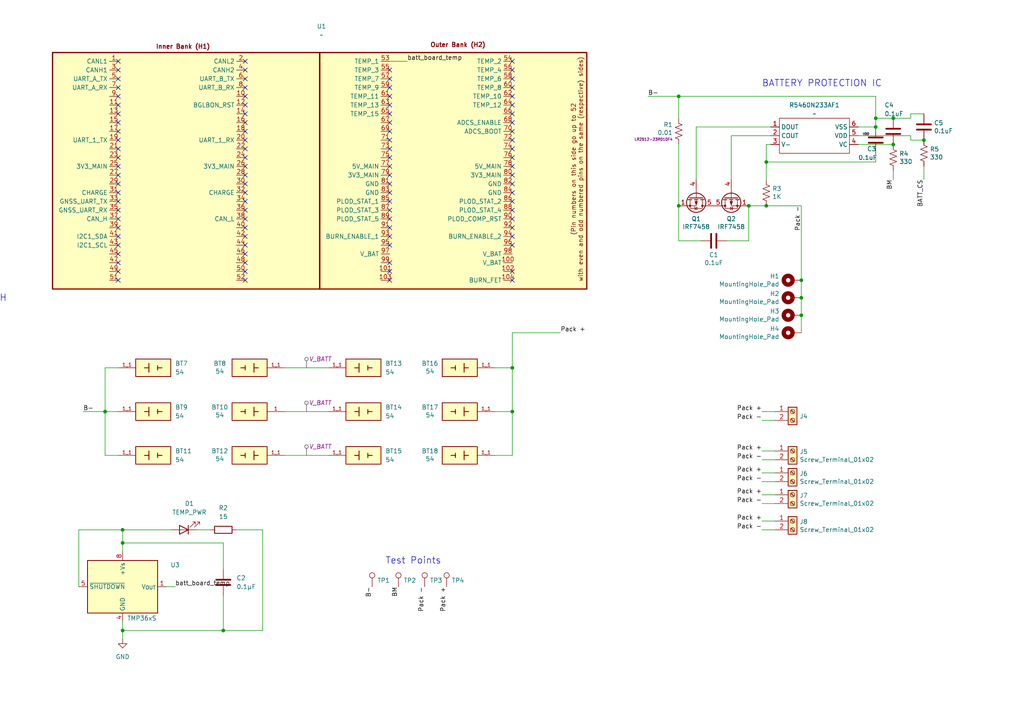
<source format=kicad_sch>
(kicad_sch (version 20231120) (generator "eeschema") (generator_version "8.0")
  (paper "A4")
  (lib_symbols
    (symbol "54 -- Battery clips:54" (pin_names (offset 1.016))
      (property "Reference" "BT" (at -5.08 3.302 0))
      (property "Value" "54" (at -5.08 -10.16 0))
      (symbol "54_0_0"
        (rectangle (start -5.08 2.54) (end 5.08 -2.54) (stroke (width 0.254)) (fill (type background)))
        (polyline (pts (xy -1.27 0) (xy -2.54 0)) (stroke (width 0.254)))
        (polyline (pts (xy -1.27 0) (xy -1.27 -1.27)) (stroke (width 0.254)))
        (polyline (pts (xy -1.27 1.27) (xy -1.27 0)) (stroke (width 0.254)))
        (polyline (pts (xy 1.27 0) (xy 1.27 -0.635)) (stroke (width 0.254)))
        (polyline (pts (xy 1.27 0) (xy 2.54 0)) (stroke (width 0.254)))
        (polyline (pts (xy 1.27 0.635) (xy 1.27 0)) (stroke (width 0.254)))
        (pin passive line (at -10.16 0 0) (length 5.08) (name "~") (number "1_1"))
      )
    )
    (symbol "54_1" (pin_names (offset 1.016))
      (property "Reference" "BT10" (at 8.636 -1.27 0))
      (property "Value" "54" (at 8.636 1.016 0))
      (symbol "54_1_0_0"
        (rectangle (start -5.08 2.54) (end 5.08 -2.54) (stroke (width 0.254)) (fill (type background)))
        (polyline (pts (xy -1.27 0) (xy -2.54 0)) (stroke (width 0.254)))
        (polyline (pts (xy -1.27 0) (xy -1.27 -1.27)) (stroke (width 0.254)))
        (polyline (pts (xy -1.27 1.27) (xy -1.27 0)) (stroke (width 0.254)))
        (polyline (pts (xy 1.27 0) (xy 1.27 -0.635)) (stroke (width 0.254)))
        (polyline (pts (xy 1.27 0) (xy 2.54 0)) (stroke (width 0.254)))
        (polyline (pts (xy 1.27 0.635) (xy 1.27 0)) (stroke (width 0.254)))
        (pin passive line (at -10.16 0 0) (length 5.08) (name "~") (number "1"))
      )
    )
    (symbol "Connector:Screw_Terminal_01x01" (pin_names (offset 1.016) hide)
      (property "Reference" "J" (at 0 2.54 0))
      (property "Value" "Screw_Terminal_01x01" (at 0 -2.54 0))
      (symbol "Screw_Terminal_01x01_1_1"
        (rectangle (start -1.27 1.27) (end 1.27 -1.27) (stroke (width 0.254)) (fill (type background)))
        (polyline (pts (xy -0.5334 0.3302) (xy 0.3302 -0.508)) (stroke (width 0.1524)))
        (polyline (pts (xy -0.3556 0.508) (xy 0.508 -0.3302)) (stroke (width 0.1524)))
        (circle (center 0 0) (radius 0.635) (stroke (width 0.1524)))
        (pin passive line (at -5.08 0 0) (length 3.81) (name "Pin_1") (number "1"))
      )
    )
    (symbol "Connector:Screw_Terminal_01x02" (pin_names (offset 1.016) hide)
      (property "Reference" "J" (at 0 2.54 0))
      (property "Value" "Screw_Terminal_01x02" (at 0 -5.08 0))
      (symbol "Screw_Terminal_01x02_1_1"
        (rectangle (start -1.27 1.27) (end 1.27 -3.81) (stroke (width 0.254)) (fill (type background)))
        (circle (center 0 -2.54) (radius 0.635) (stroke (width 0.1524)))
        (polyline (pts (xy -0.5334 -2.2098) (xy 0.3302 -3.048)) (stroke (width 0.1524)))
        (polyline (pts (xy -0.5334 0.3302) (xy 0.3302 -0.508)) (stroke (width 0.1524)))
        (polyline (pts (xy -0.3556 -2.032) (xy 0.508 -2.8702)) (stroke (width 0.1524)))
        (polyline (pts (xy -0.3556 0.508) (xy 0.508 -0.3302)) (stroke (width 0.1524)))
        (circle (center 0 0) (radius 0.635) (stroke (width 0.1524)))
        (pin passive line (at -5.08 0 0) (length 3.81) (name "Pin_1") (number "1"))
        (pin passive line (at -5.08 -2.54 0) (length 3.81) (name "Pin_2") (number "2"))
      )
    )
    (symbol "Connector:TestPoint" (pin_numbers hide) (pin_names (offset 0.762) hide)
      (property "Reference" "TP" (at 0 6.858 0))
      (property "Value" "TestPoint" (at 0 5.08 0))
      (symbol "TestPoint_0_1"
        (circle (center 0 3.302) (radius 0.762))
      )
      (symbol "TestPoint_1_1"
        (pin passive line (at 0 0 90) (length 2.54) (name "1") (number "1"))
      )
    )
    (symbol "Device:C" (pin_numbers hide) (pin_names (offset 0.254))
      (property "Reference" "C" (at 0.635 2.54 0))
      (property "Value" "C" (at 0.635 -2.54 0))
      (symbol "C_0_1"
        (polyline (pts (xy -2.032 -0.762) (xy 2.032 -0.762)) (stroke (width 0.508)))
        (polyline (pts (xy -2.032 0.762) (xy 2.032 0.762)) (stroke (width 0.508)))
      )
      (symbol "C_1_1"
        (pin passive line (at 0 3.81 270) (length 2.794) (name "~") (number "1"))
        (pin passive line (at 0 -3.81 90) (length 2.794) (name "~") (number "2"))
      )
    )
    (symbol "Device:LED" (pin_numbers hide) (pin_names (offset 1.016) hide)
      (property "Reference" "D" (at 0 2.54 0))
      (property "Value" "LED" (at 0 -2.54 0))
      (symbol "LED_0_1"
        (polyline (pts (xy -1.27 -1.27) (xy -1.27 1.27)) (stroke (width 0.254)))
        (polyline (pts (xy -1.27 0) (xy 1.27 0)))
        (polyline (pts (xy 1.27 -1.27) (xy 1.27 1.27) (xy -1.27 0) (xy 1.27 -1.27)) (stroke (width 0.254)))
        (polyline (pts (xy -3.048 -0.762) (xy -4.572 -2.286) (xy -3.81 -2.286) (xy -4.572 -2.286) (xy -4.572 -1.524)))
        (polyline (pts (xy -1.778 -0.762) (xy -3.302 -2.286) (xy -2.54 -2.286) (xy -3.302 -2.286) (xy -3.302 -1.524)))
      )
      (symbol "LED_1_1"
        (pin passive line (at -3.81 0 0) (length 2.54) (name "K") (number "1"))
        (pin passive line (at 3.81 0 180) (length 2.54) (name "A") (number "2"))
      )
    )
    (symbol "Device:R" (pin_numbers hide) (pin_names (offset 0))
      (property "Reference" "R" (at 2.032 0 90))
      (property "Value" "R" (at 0 0 90))
      (symbol "R_0_1"
        (rectangle (start -1.016 -2.54) (end 1.016 2.54) (stroke (width 0.254)))
      )
      (symbol "R_1_1"
        (pin passive line (at 0 3.81 270) (length 1.27) (name "~") (number "1"))
        (pin passive line (at 0 -3.81 90) (length 1.27) (name "~") (number "2"))
      )
    )
    (symbol "Device:R_US" (pin_numbers hide) (pin_names (offset 0))
      (property "Reference" "R" (at 2.54 0 90))
      (property "Value" "R_US" (at -2.54 0 90))
      (symbol "R_US_0_1"
        (polyline (pts (xy 0 -2.286) (xy 0 -2.54)))
        (polyline (pts (xy 0 2.286) (xy 0 2.54)))
        (polyline (pts (xy 0 -0.762) (xy 1.016 -1.143) (xy 0 -1.524) (xy -1.016 -1.905) (xy 0 -2.286)))
        (polyline (pts (xy 0 0.762) (xy 1.016 0.381) (xy 0 0) (xy -1.016 -0.381) (xy 0 -0.762)))
        (polyline (pts (xy 0 2.286) (xy 1.016 1.905) (xy 0 1.524) (xy -1.016 1.143) (xy 0 0.762)))
      )
      (symbol "R_US_1_1"
        (pin passive line (at 0 3.81 270) (length 1.27) (name "~") (number "1"))
        (pin passive line (at 0 -3.81 90) (length 1.27) (name "~") (number "2"))
      )
    )
    (symbol "Device:Thermistor" (pin_numbers hide) (pin_names (offset 0))
      (property "Reference" "TH" (at 2.54 1.27 90))
      (property "Value" "Thermistor" (at -2.54 0 90))
      (symbol "Thermistor_0_1"
        (rectangle (start -1.016 2.54) (end 1.016 -2.54) (stroke (width 0.2032)))
        (polyline (pts (xy -1.905 3.175) (xy -1.905 1.905) (xy 1.905 -1.905) (xy 1.905 -3.175) (xy 1.905 -3.175)) (stroke (width 0.254)))
      )
      (symbol "Thermistor_1_1"
        (pin passive line (at 0 5.08 270) (length 2.54) (name "~") (number "1"))
        (pin passive line (at 0 -5.08 90) (length 2.54) (name "~") (number "2"))
      )
    )
    (symbol "Mechanical:MountingHole_Pad" (pin_numbers hide) (pin_names (offset 1.016) hide) (exclude_from_sim yes) (in_bom no)
      (property "Reference" "H" (at 0 6.35 0))
      (property "Value" "MountingHole_Pad" (at 0 4.445 0))
      (symbol "MountingHole_Pad_0_1"
        (circle (center 0 1.27) (radius 1.27) (stroke (width 1.27)))
      )
      (symbol "MountingHole_Pad_1_1"
        (pin input line (at 0 -2.54 90) (length 2.54) (name "1") (number "1"))
      )
    )
    (symbol "NewSymbols:R5460N233AF"
      (property "Reference" "R5460N233AF" (at -0.254 7.112 0))
      (symbol "R5460N233AF_0_1"
        (polyline (pts (xy -10.16 5.08) (xy 10.16 5.08) (xy 10.16 -5.08) (xy -10.16 -5.08) (xy -10.16 5.08)))
      )
      (symbol "R5460N233AF_1_1"
        (pin input line (at -12.7 2.54 0) (length 2.54) (name "DOUT") (number "1"))
        (pin input line (at -12.7 0 0) (length 2.54) (name "COUT") (number "2"))
        (pin input line (at -12.7 -2.54 0) (length 2.54) (name "V-") (number "3"))
        (pin input line (at 12.7 -2.54 180) (length 2.54) (name "VC") (number "4"))
        (pin input line (at 12.7 0 180) (length 2.54) (name "VDD") (number "5"))
        (pin input line (at 12.7 2.54 180) (length 2.54) (name "VSS") (number "6"))
      )
    )
    (symbol "PC104:PCI104"
      (property "Reference" "U2" (at 75.946 73.152 0))
      (property "Value" "~" (at 77.47 73.66 0))
      (symbol "PCI104_1_0"
        (pin input line (at 55.88 55.88 180) (length 2.54) (name "") (number "10"))
        (pin input line (at 133.35 7.62 180) (length 2.54) (name "V_BAT") (number "100"))
        (pin input line (at 97.79 5.08 180) (length 2.54) (name "") (number "101"))
        (pin input line (at 133.35 5.08 180) (length 2.54) (name "") (number "102"))
        (pin input line (at 97.79 2.54 180) (length 2.54) (name "") (number "103"))
        (pin input line (at 133.35 2.54 180) (length 2.54) (name "BURN_FET") (number "104"))
        (pin input line (at 19.05 53.34 180) (length 2.54) (name "") (number "11"))
        (pin input line (at 55.88 53.34 180) (length 2.54) (name "BGLBON_RST") (number "12"))
        (pin input line (at 19.05 50.8 180) (length 2.54) (name "") (number "13"))
        (pin input line (at 55.88 50.8 180) (length 2.54) (name "") (number "14"))
        (pin input line (at 19.05 48.26 180) (length 2.54) (name "") (number "15"))
        (pin input line (at 55.88 48.26 180) (length 2.54) (name "") (number "16"))
        (pin input line (at 19.05 45.72 180) (length 2.54) (name "") (number "17"))
        (pin input line (at 55.88 45.72 180) (length 2.54) (name "") (number "18"))
        (pin input line (at 19.05 43.18 180) (length 2.54) (name "UART_1_TX") (number "19"))
        (pin input line (at 55.88 66.04 180) (length 2.54) (name "CANL2") (number "2"))
        (pin input line (at 55.88 43.18 180) (length 2.54) (name "UART_1_RX") (number "20"))
        (pin input line (at 19.05 40.64 180) (length 2.54) (name "") (number "21"))
        (pin input line (at 55.88 40.64 180) (length 2.54) (name "") (number "22"))
        (pin input line (at 19.05 38.1 180) (length 2.54) (name "") (number "23"))
        (pin input line (at 55.88 38.1 180) (length 2.54) (name "") (number "24"))
        (pin input line (at 19.05 35.56 180) (length 2.54) (name "3V3_MAIN") (number "25"))
        (pin input line (at 55.88 35.56 180) (length 2.54) (name "3V3_MAIN") (number "26"))
        (pin input line (at 19.05 33.02 180) (length 2.54) (name "") (number "27"))
        (pin input line (at 55.88 33.02 180) (length 2.54) (name "") (number "28"))
        (pin input line (at 19.05 30.48 180) (length 2.54) (name "") (number "29"))
        (pin input line (at 55.88 30.48 180) (length 2.54) (name "") (number "30"))
        (pin input line (at 19.05 27.94 180) (length 2.54) (name "CHARGE") (number "31"))
        (pin input line (at 55.88 27.94 180) (length 2.54) (name "CHARGE") (number "32"))
        (pin input line (at 19.05 25.4 180) (length 2.54) (name "GNSS_UART_TX") (number "33"))
        (pin input line (at 55.88 25.4 180) (length 2.54) (name "") (number "34"))
        (pin input line (at 19.05 22.86 180) (length 2.54) (name "GNSS_UART_RX") (number "35"))
        (pin input line (at 55.88 22.86 180) (length 2.54) (name "") (number "36"))
        (pin input line (at 19.05 20.32 180) (length 2.54) (name "CAN_H") (number "37"))
        (pin input line (at 55.88 20.32 180) (length 2.54) (name "CAN_L") (number "38"))
        (pin input line (at 19.05 17.78 180) (length 2.54) (name "") (number "39"))
        (pin input line (at 55.88 63.5 180) (length 2.54) (name "CANH2") (number "4"))
        (pin input line (at 55.88 17.78 180) (length 2.54) (name "") (number "40"))
        (pin input line (at 19.05 15.24 180) (length 2.54) (name "I2C1_SDA") (number "41"))
        (pin input line (at 55.88 15.24 180) (length 2.54) (name "") (number "42"))
        (pin input line (at 19.05 12.7 180) (length 2.54) (name "I2C1_SCL") (number "43"))
        (pin input line (at 55.88 12.7 180) (length 2.54) (name "") (number "44"))
        (pin input line (at 19.05 10.16 180) (length 2.54) (name "") (number "45"))
        (pin input line (at 55.88 10.16 180) (length 2.54) (name "") (number "46"))
        (pin input line (at 19.05 7.62 180) (length 2.54) (name "") (number "47"))
        (pin input line (at 55.88 7.62 180) (length 2.54) (name "") (number "48"))
        (pin input line (at 19.05 5.08 180) (length 2.54) (name "") (number "49"))
        (pin input line (at 19.05 60.96 180) (length 2.54) (name "UART_A_TX") (number "5"))
        (pin input line (at 55.88 5.08 180) (length 2.54) (name "") (number "50"))
        (pin input line (at 19.05 2.54 180) (length 2.54) (name "") (number "51"))
        (pin input line (at 55.88 2.54 180) (length 2.54) (name "") (number "52"))
        (pin input line (at 97.79 58.42 180) (length 2.54) (name "TEMP_9") (number "59"))
        (pin input line (at 55.88 60.96 180) (length 2.54) (name "UART_B_TX") (number "6"))
        (pin input line (at 133.35 58.42 180) (length 2.54) (name "TEMP_8") (number "60"))
        (pin input line (at 97.79 55.88 180) (length 2.54) (name "TEMP_11") (number "61"))
        (pin input line (at 133.35 55.88 180) (length 2.54) (name "TEMP_10") (number "62"))
        (pin input line (at 97.79 53.34 180) (length 2.54) (name "TEMP_13") (number "63"))
        (pin input line (at 133.35 53.34 180) (length 2.54) (name "TEMP_12") (number "64"))
        (pin input line (at 97.79 50.8 180) (length 2.54) (name "TEMP_15") (number "65"))
        (pin input line (at 133.35 50.8 180) (length 2.54) (name "") (number "66"))
        (pin input line (at 97.79 48.26 180) (length 2.54) (name "") (number "67"))
        (pin input line (at 133.35 48.26 180) (length 2.54) (name "ADCS_ENABLE") (number "68"))
        (pin input line (at 97.79 45.72 180) (length 2.54) (name "") (number "69"))
        (pin input line (at 19.05 58.42 180) (length 2.54) (name "UART_A_RX") (number "7"))
        (pin input line (at 133.35 45.72 180) (length 2.54) (name "ADCS_BOOT") (number "70"))
        (pin input line (at 97.79 43.18 180) (length 2.54) (name "") (number "71"))
        (pin input line (at 133.35 43.18 180) (length 2.54) (name "") (number "72"))
        (pin input line (at 97.79 40.64 180) (length 2.54) (name "") (number "73"))
        (pin input line (at 133.35 40.64 180) (length 2.54) (name "") (number "74"))
        (pin input line (at 97.79 38.1 180) (length 2.54) (name "") (number "75"))
        (pin input line (at 133.35 38.1 180) (length 2.54) (name "") (number "76"))
        (pin input line (at 97.79 35.56 180) (length 2.54) (name "5V_MAIN") (number "77"))
        (pin input line (at 133.35 35.56 180) (length 2.54) (name "5V_MAIN") (number "78"))
        (pin input line (at 97.79 33.02 180) (length 2.54) (name "3V3_MAIN") (number "79"))
        (pin input line (at 55.88 58.42 180) (length 2.54) (name "UART_B_RX") (number "8"))
        (pin input line (at 133.35 33.02 180) (length 2.54) (name "3V3_MAIN") (number "80"))
        (pin input line (at 97.79 30.48 180) (length 2.54) (name "GND") (number "81"))
        (pin input line (at 133.35 30.48 180) (length 2.54) (name "GND") (number "82"))
        (pin input line (at 97.79 27.94 180) (length 2.54) (name "GND") (number "83"))
        (pin input line (at 133.35 27.94 180) (length 2.54) (name "GND") (number "84"))
        (pin input line (at 97.79 25.4 180) (length 2.54) (name "PLOD_STAT_1") (number "85"))
        (pin input line (at 133.35 25.4 180) (length 2.54) (name "PLOD_STAT_2") (number "86"))
        (pin input line (at 97.79 22.86 180) (length 2.54) (name "PLOD_STAT_3") (number "87"))
        (pin input line (at 133.35 22.86 180) (length 2.54) (name "PLOD_STAT_4") (number "88"))
        (pin input line (at 97.79 20.32 180) (length 2.54) (name "PLOD_STAT_5") (number "89"))
        (pin input line (at 19.05 55.88 180) (length 2.54) (name "") (number "9"))
        (pin input line (at 133.35 20.32 180) (length 2.54) (name "PLOD_COMP_RST") (number "90"))
        (pin input line (at 97.79 17.78 180) (length 2.54) (name "") (number "91"))
        (pin input line (at 133.35 17.78 180) (length 2.54) (name "") (number "92"))
        (pin input line (at 97.79 15.24 180) (length 2.54) (name "BURN_ENABLE_1") (number "93"))
        (pin input line (at 133.35 15.24 180) (length 2.54) (name "BURN_ENABLE_2") (number "94"))
        (pin input line (at 97.79 12.7 180) (length 2.54) (name "") (number "95"))
        (pin input line (at 133.35 12.7 180) (length 2.54) (name "") (number "96"))
        (pin input line (at 97.79 10.16 180) (length 2.54) (name "V_BAT") (number "97"))
        (pin input line (at 133.35 10.16 180) (length 2.54) (name "V_BAT") (number "98"))
        (pin input line (at 97.79 7.62 180) (length 2.54) (name "") (number "99"))
      )
      (symbol "PCI104_1_1"
        (rectangle (start 0 68.58) (end 77.47 0) (stroke (width 0.381)) (fill (type background)))
        (rectangle (start 77.47 68.58) (end 154.94 0) (stroke (width 0.381)) (fill (type background)))
        (text "(Pin numbers on this side go up to 52\nwith even and odd numbered pins on the same (respective) sides)\n\n" (at 153.162 34.798 900) (effects (font (size 1.27 1.27))))
        (text "Inner Bank (H1)" (at 37.846 70.358 0) (effects (font (size 1.27 1.27) (bold yes))))
        (text "Outer Bank (H2)" (at 117.602 70.866 0) (effects (font (size 1.27 1.27) (bold yes))))
        (pin input line (at 19.05 66.04 180) (length 2.54) (name "CANL1") (number "1"))
        (pin input line (at 19.05 63.5 180) (length 2.54) (name "CANH1") (number "3"))
        (pin input line (at 97.79 66.04 180) (length 2.54) (name "TEMP_1") (number "53"))
        (pin input line (at 133.35 66.04 180) (length 2.54) (name "TEMP_2") (number "54"))
        (pin input line (at 97.79 63.5 180) (length 2.54) (name "TEMP_3") (number "55"))
        (pin input line (at 133.35 63.5 180) (length 2.54) (name "TEMP_4") (number "56"))
        (pin input line (at 97.79 60.96 180) (length 2.54) (name "TEMP_7") (number "57"))
        (pin input line (at 133.35 60.96 180) (length 2.54) (name "TEMP_6") (number "58"))
      )
    )
    (symbol "Sensor_Temperature:TMP36xS"
      (property "Reference" "U" (at -8.89 8.89 0))
      (property "Value" "TMP36xS" (at 6.35 -8.89 0))
      (symbol "TMP36xS_0_1"
        (rectangle (start -10.16 7.62) (end 10.16 -7.62) (stroke (width 0.254)) (fill (type background)))
      )
      (symbol "TMP36xS_1_1"
        (pin output line (at 12.7 0 180) (length 2.54) (name "V_{OUT}") (number "1"))
        (pin power_in line (at 0 -10.16 90) (length 2.54) (name "GND") (number "4"))
        (pin input line (at -12.7 0 0) (length 2.54) (name "~{SHUTDOWN}") (number "5"))
        (pin power_in line (at 0 10.16 270) (length 2.54) (name "+Vs") (number "8"))
      )
    )
    (symbol "Transistor_FET:IRF7404" (pin_names hide)
      (property "Reference" "Q" (at 5.08 1.905 0))
      (property "Value" "IRF7404" (at 5.08 0 0))
      (symbol "IRF7404_0_1"
        (polyline (pts (xy 0.254 0) (xy -2.54 0)))
        (polyline (pts (xy 0.254 1.905) (xy 0.254 -1.905)) (stroke (width 0.254)))
        (polyline (pts (xy 0.762 -1.27) (xy 0.762 -2.286)) (stroke (width 0.254)))
        (polyline (pts (xy 0.762 0.508) (xy 0.762 -0.508)) (stroke (width 0.254)))
        (polyline (pts (xy 0.762 2.286) (xy 0.762 1.27)) (stroke (width 0.254)))
        (polyline (pts (xy 2.54 2.54) (xy 2.54 1.778)))
        (polyline (pts (xy 2.54 -2.54) (xy 2.54 0) (xy 0.762 0)))
        (polyline (pts (xy 0.762 1.778) (xy 3.302 1.778) (xy 3.302 -1.778) (xy 0.762 -1.778)))
        (polyline (pts (xy 2.286 0) (xy 1.27 0.381) (xy 1.27 -0.381) (xy 2.286 0)) (fill (type outline)))
        (polyline (pts (xy 2.794 -0.508) (xy 2.921 -0.381) (xy 3.683 -0.381) (xy 3.81 -0.254)))
        (polyline (pts (xy 3.302 -0.381) (xy 2.921 0.254) (xy 3.683 0.254) (xy 3.302 -0.381)))
        (circle (center 1.651 0) (radius 2.794) (stroke (width 0.254)))
        (circle (center 2.54 -1.778) (radius 0.254) (fill (type outline)))
        (circle (center 2.54 1.778) (radius 0.254) (fill (type outline)))
      )
      (symbol "IRF7404_1_1"
        (pin passive line (at 2.54 -5.08 90) (length 2.54) (name "S") (number "1"))
        (pin passive line (at 2.54 -5.08 90) (length 2.54) hide (name "S") (number "2"))
        (pin passive line (at 2.54 -5.08 90) (length 2.54) hide (name "S") (number "3"))
        (pin passive line (at -5.08 0 0) (length 2.54) (name "G") (number "4"))
        (pin passive line (at 2.54 5.08 270) (length 2.54) (name "D") (number "5"))
        (pin passive line (at 2.54 5.08 270) (length 2.54) hide (name "D") (number "6"))
        (pin passive line (at 2.54 5.08 270) (length 2.54) hide (name "D") (number "7"))
        (pin passive line (at 2.54 5.08 270) (length 2.54) hide (name "D") (number "8"))
      )
    )
    (symbol "power:GND" (power) (pin_numbers hide) (pin_names (offset 0) hide)
      (property "Value" "GND" (at 0 -3.81 0))
      (symbol "GND_0_1"
        (polyline (pts (xy 0 0) (xy 0 -1.27) (xy 1.27 -1.27) (xy 0 -2.54) (xy -1.27 -1.27) (xy 0 -1.27)))
      )
      (symbol "GND_1_1"
        (pin power_in line (at 0 0 270) (length 0) (name "~") (number "1"))
      )
    )
  )
  (junction (at 232.41 91.44))
  (junction (at 196.85 27.94))
  (junction (at 148.59 119.38))
  (junction (at 254 36.83))
  (junction (at 222.25 59.69))
  (junction (at 35.56 157.48))
  (junction (at 259.08 34.29))
  (junction (at 217.17 59.69))
  (junction (at 232.41 86.36))
  (junction (at 148.59 106.68))
  (junction (at 267.97 40.64))
  (junction (at 254 34.29))
  (junction (at 196.85 59.69))
  (junction (at 64.77 182.88))
  (junction (at 222.25 46.99))
  (junction (at 35.56 153.67))
  (junction (at 259.08 41.91))
  (junction (at 35.56 182.88))
  (junction (at 232.41 81.28))
  (junction (at 30.48 119.38))
  (no_connect (at 34.29 27.94))
  (no_connect (at 148.59 81.28))
  (no_connect (at 113.03 22.86))
  (no_connect (at 148.59 60.96))
  (no_connect (at 113.03 20.32))
  (no_connect (at 71.12 78.74))
  (no_connect (at 71.12 58.42))
  (no_connect (at 34.29 66.04))
  (no_connect (at 34.29 35.56))
  (no_connect (at 71.12 35.56))
  (no_connect (at 148.59 20.32))
  (no_connect (at 113.03 68.58))
  (no_connect (at 113.03 45.72))
  (no_connect (at 113.03 40.64))
  (no_connect (at 148.59 22.86))
  (no_connect (at 148.59 40.64))
  (no_connect (at 113.03 66.04))
  (no_connect (at 148.59 45.72))
  (no_connect (at 148.59 38.1))
  (no_connect (at 71.12 76.2))
  (no_connect (at 71.12 45.72))
  (no_connect (at 148.59 68.58))
  (no_connect (at 71.12 48.26))
  (no_connect (at 113.03 78.74))
  (no_connect (at 71.12 38.1))
  (no_connect (at 71.12 63.5))
  (no_connect (at 113.03 60.96))
  (no_connect (at 113.03 35.56))
  (no_connect (at 148.59 17.78))
  (no_connect (at 71.12 81.28))
  (no_connect (at 148.59 43.18))
  (no_connect (at 148.59 78.74))
  (no_connect (at 34.29 71.12))
  (no_connect (at 148.59 66.04))
  (no_connect (at 148.59 58.42))
  (no_connect (at 34.29 33.02))
  (no_connect (at 71.12 55.88))
  (no_connect (at 148.59 33.02))
  (no_connect (at 71.12 20.32))
  (no_connect (at 34.29 43.18))
  (no_connect (at 34.29 50.8))
  (no_connect (at 71.12 30.48))
  (no_connect (at 71.12 17.78))
  (no_connect (at 113.03 55.88))
  (no_connect (at 34.29 60.96))
  (no_connect (at 148.59 63.5))
  (no_connect (at 113.03 76.2))
  (no_connect (at 71.12 66.04))
  (no_connect (at 71.12 25.4))
  (no_connect (at 113.03 48.26))
  (no_connect (at 113.03 38.1))
  (no_connect (at 148.59 71.12))
  (no_connect (at 34.29 22.86))
  (no_connect (at 113.03 30.48))
  (no_connect (at 71.12 71.12))
  (no_connect (at 34.29 20.32))
  (no_connect (at 148.59 48.26))
  (no_connect (at 34.29 68.58))
  (no_connect (at 148.59 30.48))
  (no_connect (at 34.29 76.2))
  (no_connect (at 148.59 50.8))
  (no_connect (at 34.29 81.28))
  (no_connect (at 148.59 27.94))
  (no_connect (at 71.12 68.58))
  (no_connect (at 34.29 30.48))
  (no_connect (at 71.12 22.86))
  (no_connect (at 113.03 53.34))
  (no_connect (at 71.12 53.34))
  (no_connect (at 113.03 58.42))
  (no_connect (at 34.29 45.72))
  (no_connect (at 34.29 78.74))
  (no_connect (at 34.29 63.5))
  (no_connect (at 148.59 35.56))
  (no_connect (at 113.03 71.12))
  (no_connect (at 113.03 81.28))
  (no_connect (at 71.12 50.8))
  (no_connect (at 113.03 33.02))
  (no_connect (at 148.59 53.34))
  (no_connect (at 148.59 55.88))
  (no_connect (at 113.03 27.94))
  (no_connect (at 71.12 27.94))
  (no_connect (at 34.29 40.64))
  (no_connect (at 34.29 48.26))
  (no_connect (at 113.03 50.8))
  (no_connect (at 71.12 43.18))
  (no_connect (at 34.29 55.88))
  (no_connect (at 34.29 38.1))
  (no_connect (at 71.12 60.96))
  (no_connect (at 71.12 40.64))
  (no_connect (at 71.12 73.66))
  (no_connect (at 34.29 73.66))
  (no_connect (at 113.03 63.5))
  (no_connect (at 113.03 25.4))
  (no_connect (at 71.12 33.02))
  (no_connect (at 34.29 17.78))
  (no_connect (at 148.59 25.4))
  (no_connect (at 34.29 58.42))
  (no_connect (at 113.03 43.18))
  (no_connect (at 34.29 25.4))
  (no_connect (at 34.29 53.34))
  (wire (pts (xy 259.08 52.07) (xy 259.08 49.53)))
  (wire (pts (xy 203.2 69.85) (xy 196.85 69.85)))
  (wire (pts (xy 82.55 132.08) (xy 95.25 132.08)))
  (wire (pts (xy 143.51 106.68) (xy 148.59 106.68)))
  (wire (pts (xy 210.82 69.85) (xy 217.17 69.85)))
  (wire (pts (xy 201.93 36.83) (xy 223.52 36.83)))
  (wire (pts (xy 248.92 41.91) (xy 259.08 41.91)))
  (wire (pts (xy 217.17 59.69) (xy 222.25 59.69)))
  (wire (pts (xy 217.17 69.85) (xy 217.17 59.69)))
  (wire (pts (xy 64.77 172.72) (xy 64.77 182.88)))
  (wire (pts (xy 22.86 170.18) (xy 22.86 153.67)))
  (wire (pts (xy 76.2 153.67) (xy 76.2 182.88)))
  (wire (pts (xy 35.56 157.48) (xy 35.56 153.67)))
  (wire (pts (xy 82.55 119.38) (xy 95.25 119.38)))
  (wire (pts (xy 30.48 106.68) (xy 30.48 119.38)))
  (wire (pts (xy 248.92 36.83) (xy 254 36.83)))
  (wire (pts (xy 220.98 143.51) (xy 224.79 143.51)))
  (wire (pts (xy 35.56 180.34) (xy 35.56 182.88)))
  (wire (pts (xy 232.41 81.28) (xy 232.41 86.36)))
  (wire (pts (xy 201.93 52.07) (xy 201.93 36.83)))
  (wire (pts (xy 60.96 153.67) (xy 57.15 153.67)))
  (wire (pts (xy 148.59 106.68) (xy 148.59 96.52)))
  (wire (pts (xy 254 46.99) (xy 222.25 46.99)))
  (wire (pts (xy 254 44.45) (xy 254 46.99)))
  (wire (pts (xy 64.77 157.48) (xy 64.77 165.1)))
  (wire (pts (xy 212.09 39.37) (xy 223.52 39.37)))
  (wire (pts (xy 148.59 96.52) (xy 162.56 96.52)))
  (wire (pts (xy 34.29 106.68) (xy 30.48 106.68)))
  (wire (pts (xy 24.13 119.38) (xy 30.48 119.38)))
  (wire (pts (xy 143.51 119.38) (xy 148.59 119.38)))
  (wire (pts (xy 35.56 182.88) (xy 35.56 185.42)))
  (wire (pts (xy 232.41 91.44) (xy 232.41 96.52)))
  (wire (pts (xy 30.48 132.08) (xy 34.29 132.08)))
  (wire (pts (xy 30.48 119.38) (xy 34.29 119.38)))
  (wire (pts (xy -55.88 72.39) (xy -52.07 72.39)))
  (wire (pts (xy 220.98 130.81) (xy 224.79 130.81)))
  (wire (pts (xy 254 34.29) (xy 254 36.83)))
  (wire (pts (xy 220.98 139.7) (xy 224.79 139.7)))
  (wire (pts (xy 232.41 86.36) (xy 232.41 91.44)))
  (wire (pts (xy 248.92 39.37) (xy 264.16 39.37)))
  (wire (pts (xy 196.85 27.94) (xy 187.96 27.94)))
  (wire (pts (xy 232.41 59.69) (xy 232.41 81.28)))
  (wire (pts (xy 264.16 39.37) (xy 264.16 40.64)))
  (wire (pts (xy 264.16 40.64) (xy 267.97 40.64)))
  (wire (pts (xy 113.03 17.78) (xy 118.11 17.78)))
  (wire (pts (xy 264.16 33.02) (xy 267.97 33.02)))
  (wire (pts (xy 148.59 119.38) (xy 148.59 132.08)))
  (wire (pts (xy 220.98 121.92) (xy 224.79 121.92)))
  (wire (pts (xy 68.58 153.67) (xy 76.2 153.67)))
  (wire (pts (xy 196.85 69.85) (xy 196.85 59.69)))
  (wire (pts (xy 82.55 106.68) (xy 95.25 106.68)))
  (wire (pts (xy -52.07 55.88) (xy -46.99 55.88)))
  (wire (pts (xy 35.56 153.67) (xy 49.53 153.67)))
  (wire (pts (xy 22.86 153.67) (xy 35.56 153.67)))
  (wire (pts (xy 254 27.94) (xy 196.85 27.94)))
  (wire (pts (xy 48.26 170.18) (xy 50.8 170.18)))
  (wire (pts (xy 220.98 153.67) (xy 224.79 153.67)))
  (wire (pts (xy 212.09 39.37) (xy 212.09 52.07)))
  (wire (pts (xy 64.77 182.88) (xy 76.2 182.88)))
  (wire (pts (xy 222.25 52.07) (xy 222.25 46.99)))
  (wire (pts (xy 222.25 41.91) (xy 223.52 41.91)))
  (wire (pts (xy 30.48 119.38) (xy 30.48 132.08)))
  (wire (pts (xy 220.98 119.38) (xy 224.79 119.38)))
  (wire (pts (xy 64.77 182.88) (xy 35.56 182.88)))
  (wire (pts (xy 264.16 34.29) (xy 264.16 33.02)))
  (wire (pts (xy 232.41 59.69) (xy 222.25 59.69)))
  (wire (pts (xy 220.98 151.13) (xy 224.79 151.13)))
  (wire (pts (xy 220.98 146.05) (xy 224.79 146.05)))
  (wire (pts (xy -50.8 66.04) (xy -46.99 66.04)))
  (wire (pts (xy 259.08 34.29) (xy 264.16 34.29)))
  (wire (pts (xy 196.85 27.94) (xy 196.85 34.29)))
  (wire (pts (xy 148.59 132.08) (xy 143.51 132.08)))
  (wire (pts (xy 35.56 157.48) (xy 64.77 157.48)))
  (wire (pts (xy 148.59 106.68) (xy 148.59 119.38)))
  (wire (pts (xy 220.98 133.35) (xy 224.79 133.35)))
  (wire (pts (xy 254 34.29) (xy 254 27.94)))
  (wire (pts (xy 254 34.29) (xy 259.08 34.29)))
  (wire (pts (xy 222.25 46.99) (xy 222.25 41.91)))
  (wire (pts (xy 220.98 137.16) (xy 224.79 137.16)))
  (wire (pts (xy 196.85 59.69) (xy 196.85 41.91)))
  (wire (pts (xy 267.97 52.07) (xy 267.97 48.26)))
  (wire (pts (xy 35.56 157.48) (xy 35.56 160.02)))
  (text "Vertical or horizontal JST_PH" (at -40.64 87.63 0) (effects (font (size 1.905 1.905)) (justify left bottom)))
  (text "Test Points" (at 111.76 163.83 0) (effects (font (size 1.905 1.905)) (justify left bottom)))
  (text "OPTIONAL" (at -53.34 50.8 0) (effects (font (size 1.905 1.905)) (justify left bottom)))
  (text "BATTERY PROTECTION IC" (at 220.98 25.4 0) (effects (font (size 1.905 1.905)) (justify left bottom)))
  (label "B-" (at 24.13 119.38 0))
  (label "Pack +" (at 220.98 137.16 180))
  (label "BM" (at 115.57 170.18 270))
  (label "Pack -" (at 220.98 133.35 180))
  (label "VDD" (at 250.19 39.37 0) (effects (font (size 0.635 0.635))))
  (label "Pack -" (at 220.98 121.92 180))
  (label "Pack +" (at 162.56 96.52 0))
  (label "Pack +" (at 129.54 170.18 270))
  (label "batt_board_temp" (at 50.8 170.18 0))
  (label "Pack +" (at 220.98 143.51 180))
  (label "Pack +" (at 220.98 119.38 180))
  (label "BM" (at 259.08 52.07 270))
  (label "batt_board_temp" (at 118.11 17.78 0))
  (label "Pack -" (at 232.41 59.69 270))
  (label "Pack -" (at 220.98 146.05 180))
  (label "BATT_CS" (at 267.97 52.07 270))
  (label "Pack -" (at 220.98 153.67 180))
  (label "Pack -" (at 123.19 170.18 270))
  (label "Pack +" (at 220.98 151.13 180))
  (label "B-" (at 187.96 27.94 0))
  (label "Pack -" (at 220.98 139.7 180))
  (label "B-" (at 107.95 170.18 270))
  (label "Pack +" (at 220.98 130.81 180))
  (global_label "PACK-" (shape bidirectional) (at -50.8 66.04 180) (property "Intersheetrefs" "${INTERSHEET_REFS}" (effects (hide yes))))
  (global_label "BAT_THERM" (shape bidirectional) (at -55.88 72.39 180) (property "Intersheetrefs" "${INTERSHEET_REFS}" (effects (hide yes))))
  (global_label "BAT_THERM" (shape bidirectional) (at -52.07 55.88 180) (property "Intersheetrefs" "${INTERSHEET_REFS}" (effects (hide yes))))
  (netclass_flag "" (length 2.54) (shape round) (at 88.9 132.08 0) (property "Netclass" "V_BATT" (at 89.5985 129.54 0) (effects (font (italic yes)) (justify left))))
  (netclass_flag "" (length 2.54) (shape round) (at 88.9 119.38 0) (property "Netclass" "V_BATT" (at 89.5985 116.84 0) (effects (font (italic yes)) (justify left))))
  (netclass_flag "" (length 2.54) (shape round) (at 88.9 106.68 0) (property "Netclass" "V_BATT" (at 89.5985 104.14 0) (effects (font (italic yes)) (justify left))))
  (symbol (lib_id "Connector:Screw_Terminal_01x02") (at 229.87 119.38 0) (unit 1)
    (property "Reference" "J4" (at 231.902 120.7516 0) (effects (justify left)))
    (property "Value" "JST_PH_S2B-PH-SM4" (effects (hide yes)))
    (property "Footprint" "Connector_JST:JST_PH_S2B-PH-SM4-TB_1x02-1MP_P2.00mm_Horizontal" (effects (hide yes)))
  )
  (symbol (lib_id "power:GND") (at 35.56 185.42 0) (unit 1)
    (property "Reference" "#PWR01" (effects (hide yes)))
    (property "Value" "GND" (at 35.56 190.5 0))
    (property "Description" "Power symbol creates a global label with name \"GND\" , ground" (effects (hide yes)))
  )
  (symbol (lib_id "Device:R_US") (at 267.97 44.45 180) (unit 1)
    (property "Reference" "R5" (at 269.6972 43.2816 0) (effects (justify right)))
    (property "Value" "330" (at 269.6972 45.593 0) (effects (justify right)))
    (property "Footprint" "Resistor_SMD:R_0603_1608Metric" (effects (hide yes)))
  )
  (symbol (lib_id "Connector:TestPoint") (at 129.54 170.18 0) (unit 1)
    (property "Reference" "TP4" (at 131.0132 168.3512 0) (effects (justify left)))
    (property "Value" "TestPoint" (effects (hide yes)))
    (property "Footprint" "TestPoint:TestPoint_Loop_D1.80mm_Drill1.0mm_Beaded" (effects (hide yes)))
  )
  (symbol (lib_id "Device:R") (at 64.77 153.67 90) (unit 1)
    (property "Reference" "R2" (at 64.77 147.32 90))
    (property "Value" "15" (at 64.77 149.86 90))
    (property "Footprint" "Resistor_SMD:R_0805_2012Metric" (effects (hide yes)))
    (property "Description" "Red" (effects (hide yes)))
    (property "Wattage" "1/8" (effects (hide yes)))
  )
  (symbol (lib_id "Mechanical:MountingHole_Pad") (at 229.87 96.52 90) (mirror x) (unit 1)
    (property "Reference" "H4" (at 226.06 95.3516 90) (effects (justify left)))
    (property "Value" "MountingHole_Pad" (at 226.06 97.663 90) (effects (justify left)))
    (property "Footprint" "MountingHole:MountingHole_3.2mm_M3_DIN965_Pad" (effects (hide yes)))
  )
  (symbol (lib_id "Connector:Screw_Terminal_01x02") (at 229.87 151.13 0) (unit 1)
    (property "Reference" "J8" (at 231.902 151.3332 0) (effects (justify left)))
    (property "Value" "Screw_Terminal_01x02" (at 231.902 153.6446 0) (effects (justify left)))
    (property "Footprint" "TerminalBlock:TerminalBlock_Altech_AK300-2_P5.00mm" (effects (hide yes)))
  )
  (symbol (lib_id "Connector:Screw_Terminal_01x02") (at 229.87 137.16 0) (unit 1)
    (property "Reference" "J6" (at 231.902 137.3632 0) (effects (justify left)))
    (property "Value" "Screw_Terminal_01x02" (at 231.902 139.6746 0) (effects (justify left)))
    (property "Footprint" "TerminalBlock:TerminalBlock_Altech_AK300-2_P5.00mm" (effects (hide yes)))
  )
  (symbol (lib_id "Device:R_US") (at 196.85 38.1 0) (unit 1)
    (property "Reference" "R1" (at 195.1228 36.1696 0) (effects (justify right)))
    (property "Value" "0.01" (at 195.1228 38.481 0) (effects (justify right)))
    (property "Footprint" "Resistor_SMD:R_2512_6332Metric" (effects (hide yes)))
    (property "PN" "LR2512-23R010F4" (at 195.1228 40.4114 0) (effects (font (size 0.762 0.762)) (justify right)))
  )
  (symbol (lib_id "Device:R_US") (at 222.25 55.88 0) (unit 1)
    (property "Reference" "R3" (at 223.9772 54.7116 0) (effects (justify left)))
    (property "Value" "1K" (at 223.9772 57.023 0) (effects (justify left)))
    (property "Footprint" "Resistor_SMD:R_0603_1608Metric" (effects (hide yes)))
  )
  (symbol (lib_id "Transistor_FET:IRF7404") (at 212.09 57.15 90) (mirror x) (unit 1)
    (property "Reference" "Q2" (at 212.09 63.4746 90))
    (property "Value" "IRF7458" (at 212.09 65.786 90))
    (property "Footprint" "Package_SO:SOIC-8_3.9x4.9mm_P1.27mm" (effects (hide yes)))
    (property "Datasheet" "http://www.infineon.com/dgdl/irf7404.pdf?fileId=5546d462533600a4015355fa2b5b1b9e" (effects (hide yes)))
  )
  (symbol (lib_id "Mechanical:MountingHole_Pad") (at 229.87 86.36 90) (mirror x) (unit 1)
    (property "Reference" "H2" (at 226.06 85.1916 90) (effects (justify left)))
    (property "Value" "MountingHole_Pad" (at 226.06 87.503 90) (effects (justify left)))
    (property "Footprint" "MountingHole:MountingHole_3.2mm_M3_DIN965_Pad" (effects (hide yes)))
  )
  (symbol (lib_id "Transistor_FET:IRF7404") (at 201.93 57.15 270) (unit 1)
    (property "Reference" "Q1" (at 201.93 63.4746 90))
    (property "Value" "IRF7458" (at 201.93 65.786 90))
    (property "Footprint" "Package_SO:SOIC-8_3.9x4.9mm_P1.27mm" (effects (hide yes)))
    (property "Datasheet" "http://www.infineon.com/dgdl/irf7404.pdf?fileId=5546d462533600a4015355fa2b5b1b9e" (effects (hide yes)))
  )
  (symbol (lib_id "Device:C") (at 267.97 36.83 0) (unit 1)
    (property "Reference" "C5" (at 270.891 35.6616 0) (effects (justify left)))
    (property "Value" "0.1uF" (at 270.891 37.973 0) (effects (justify left)))
    (property "Footprint" "Capacitor_SMD:C_0603_1608Metric" (effects (hide yes)))
  )
  (symbol (lib_id "Device:R_US") (at 259.08 45.72 180) (unit 1)
    (property "Reference" "R4" (at 260.8072 44.5516 0) (effects (justify right)))
    (property "Value" "330" (at 260.8072 46.863 0) (effects (justify right)))
    (property "Footprint" "Resistor_SMD:R_0603_1608Metric" (effects (hide yes)))
  )
  (symbol (lib_id "PC104:PCI104") (at 15.24 83.82 0) (unit 1)
    (property "Reference" "U1" (at 93.2589 7.62 0))
    (property "Value" "~" (at 93.2589 10.16 0))
    (property "Footprint" "PC104:PC104ConnectorFootprint (1)" (effects (hide yes)))
  )
  (symbol (lib_id "Connector:TestPoint") (at 115.57 170.18 0) (unit 1)
    (property "Reference" "TP2" (at 117.0432 168.3512 0) (effects (justify left)))
    (property "Value" "TestPoint" (effects (hide yes)))
    (property "Footprint" "TestPoint:TestPoint_Loop_D1.80mm_Drill1.0mm_Beaded" (effects (hide yes)))
  )
  (symbol (lib_id "Mechanical:MountingHole_Pad") (at 229.87 81.28 90) (mirror x) (unit 1)
    (property "Reference" "H1" (at 226.06 80.1116 90) (effects (justify left)))
    (property "Value" "MountingHole_Pad" (at 226.06 82.423 90) (effects (justify left)))
    (property "Footprint" "MountingHole:MountingHole_3.2mm_M3_DIN965_Pad" (effects (hide yes)))
  )
  (symbol (lib_id "54 -- Battery clips:54") (at 72.39 106.68 180) (unit 1)
    (property "Reference" "BT8" (at 63.754 105.41 0))
    (property "Value" "54" (at 63.754 107.696 0))
    (property "Footprint" "Battery 54:BAT_254TR" (effects (hide yes)))
    (property "PARTREV" "E" (effects (hide yes)))
    (property "STANDARD" "Manufacturer Recommendations" (effects (hide yes)))
    (property "MAXIMUM_PACKAGE_HEIGHT" "18.3mm" (effects (hide yes)))
    (property "MANUFACTURER" "Keystone Electronics" (effects (hide yes)))
  )
  (symbol (lib_id "54 -- Battery clips:54") (at 44.45 119.38 0) (unit 1)
    (property "Reference" "BT9" (at 50.8 118.1099 0) (effects (justify left)))
    (property "Value" "54" (at 50.8 120.6499 0) (effects (justify left)))
    (property "Footprint" "Battery 54:BAT_254TR" (effects (hide yes)))
    (property "PARTREV" "E" (effects (hide yes)))
    (property "STANDARD" "Manufacturer Recommendations" (effects (hide yes)))
    (property "MAXIMUM_PACKAGE_HEIGHT" "18.3mm" (effects (hide yes)))
    (property "MANUFACTURER" "Keystone Electronics" (effects (hide yes)))
  )
  (symbol (lib_id "NewSymbols:R5460N233AF") (at 236.22 39.37 0) (unit 1)
    (property "Reference" "R5460N233AF1" (at 236.22 30.48 0))
    (property "Value" "~" (at 236.22 33.02 0))
    (property "Footprint" "Connector_PinHeader_2.54mm:PinHeader_2x03_P2.54mm_Vertical_SMD" (effects (hide yes)))
  )
  (symbol (lib_id "54 -- Battery clips:54") (at 133.35 119.38 180) (unit 1)
    (property "Reference" "BT17" (at 124.714 118.11 0))
    (property "Value" "54" (at 124.714 120.396 0))
    (property "Footprint" "Battery 54:BAT_254TR" (effects (hide yes)))
    (property "PARTREV" "E" (effects (hide yes)))
    (property "STANDARD" "Manufacturer Recommendations" (effects (hide yes)))
    (property "MAXIMUM_PACKAGE_HEIGHT" "18.3mm" (effects (hide yes)))
    (property "MANUFACTURER" "Keystone Electronics" (effects (hide yes)))
  )
  (symbol (lib_id "54 -- Battery clips:54") (at 105.41 119.38 0) (unit 1)
    (property "Reference" "BT14" (at 111.76 118.1099 0) (effects (justify left)))
    (property "Value" "54" (at 111.76 120.6499 0) (effects (justify left)))
    (property "Footprint" "Battery 54:BAT_254TR" (effects (hide yes)))
    (property "PARTREV" "E" (effects (hide yes)))
    (property "STANDARD" "Manufacturer Recommendations" (effects (hide yes)))
    (property "MAXIMUM_PACKAGE_HEIGHT" "18.3mm" (effects (hide yes)))
    (property "MANUFACTURER" "Keystone Electronics" (effects (hide yes)))
  )
  (symbol (lib_id "Connector:Screw_Terminal_01x01") (at -46.99 72.39 0) (unit 1)
    (property "Reference" "J3" (at -44.958 71.3232 0) (effects (justify left)))
    (property "Value" "Screw_Terminal_01x01" (at -44.958 73.6346 0) (effects (justify left)))
    (property "Footprint" "Connector_PinHeader_1.00mm:PinHeader_1x01_P1.00mm_Vertical" (effects (hide yes)))
  )
  (symbol (lib_id "Connector:TestPoint") (at 123.19 170.18 0) (unit 1)
    (property "Reference" "TP3" (at 124.6632 168.3512 0) (effects (justify left)))
    (property "Value" "TestPoint" (effects (hide yes)))
    (property "Footprint" "TestPoint:TestPoint_Loop_D1.80mm_Drill1.0mm_Beaded" (effects (hide yes)))
  )
  (symbol (lib_id "54 -- Battery clips:54") (at 105.41 132.08 0) (unit 1)
    (property "Reference" "BT15" (at 111.76 130.8099 0) (effects (justify left)))
    (property "Value" "54" (at 111.76 133.3499 0) (effects (justify left)))
    (property "Footprint" "Battery 54:BAT_254TR" (effects (hide yes)))
    (property "PARTREV" "E" (effects (hide yes)))
    (property "STANDARD" "Manufacturer Recommendations" (effects (hide yes)))
    (property "MAXIMUM_PACKAGE_HEIGHT" "18.3mm" (effects (hide yes)))
    (property "MANUFACTURER" "Keystone Electronics" (effects (hide yes)))
  )
  (symbol (lib_id "Device:C") (at 254 40.64 0) (unit 1)
    (property "Reference" "C3" (at 251.46 43.18 0) (effects (justify left)))
    (property "Value" "0.1uF" (at 248.92 45.72 0) (effects (justify left)))
    (property "Footprint" "Capacitor_SMD:C_0603_1608Metric" (effects (hide yes)))
  )
  (symbol (lib_id "Device:LED") (at 53.34 153.67 180) (unit 1)
    (property "Reference" "D1" (at 54.9275 146.05 0))
    (property "Value" "TEMP_PWR" (at 54.9275 148.59 0))
    (property "Footprint" "LED_SMD:LED_0805_2012Metric" (effects (hide yes)))
    (property "Description" "Light emitting diode" (effects (hide yes)))
  )
  (symbol (lib_id "Connector:Screw_Terminal_01x02") (at 229.87 143.51 0) (unit 1)
    (property "Reference" "J7" (at 231.902 143.7132 0) (effects (justify left)))
    (property "Value" "Screw_Terminal_01x02" (at 231.902 146.0246 0) (effects (justify left)))
    (property "Footprint" "TerminalBlock:TerminalBlock_Altech_AK300-2_P5.00mm" (effects (hide yes)))
  )
  (symbol (lib_id "Connector:Screw_Terminal_01x02") (at 229.87 130.81 0) (unit 1)
    (property "Reference" "J5" (at 231.902 131.0132 0) (effects (justify left)))
    (property "Value" "Screw_Terminal_01x02" (at 231.902 133.3246 0) (effects (justify left)))
    (property "Footprint" "TerminalBlock:TerminalBlock_Altech_AK300-2_P5.00mm" (effects (hide yes)))
  )
  (symbol (lib_id "54 -- Battery clips:54") (at 44.45 106.68 0) (unit 1)
    (property "Reference" "BT7" (at 50.8 105.4099 0) (effects (justify left)))
    (property "Value" "54" (at 50.8 107.9499 0) (effects (justify left)))
    (property "Footprint" "Battery 54:BAT_254TR" (effects (hide yes)))
    (property "PARTREV" "E" (effects (hide yes)))
    (property "STANDARD" "Manufacturer Recommendations" (effects (hide yes)))
    (property "MAXIMUM_PACKAGE_HEIGHT" "18.3mm" (effects (hide yes)))
    (property "MANUFACTURER" "Keystone Electronics" (effects (hide yes)))
  )
  (symbol (lib_id "54 -- Battery clips:54") (at 105.41 106.68 0) (unit 1)
    (property "Reference" "BT13" (at 111.76 105.4099 0) (effects (justify left)))
    (property "Value" "54" (at 111.76 107.9499 0) (effects (justify left)))
    (property "Footprint" "Battery 54:BAT_254TR" (effects (hide yes)))
    (property "PARTREV" "E" (effects (hide yes)))
    (property "STANDARD" "Manufacturer Recommendations" (effects (hide yes)))
    (property "MAXIMUM_PACKAGE_HEIGHT" "18.3mm" (effects (hide yes)))
    (property "MANUFACTURER" "Keystone Electronics" (effects (hide yes)))
  )
  (symbol (lib_id "54 -- Battery clips:54") (at 133.35 132.08 180) (unit 1)
    (property "Reference" "BT18" (at 124.714 130.81 0))
    (property "Value" "54" (at 124.714 133.096 0))
    (property "Footprint" "Battery 54:BAT_254TR" (effects (hide yes)))
    (property "PARTREV" "E" (effects (hide yes)))
    (property "STANDARD" "Manufacturer Recommendations" (effects (hide yes)))
    (property "MAXIMUM_PACKAGE_HEIGHT" "18.3mm" (effects (hide yes)))
    (property "MANUFACTURER" "Keystone Electronics" (effects (hide yes)))
  )
  (symbol (lib_name "54_1") (lib_id "54 -- Battery clips:54") (at 72.39 119.38 180) (unit 1)
    (property "Reference" "BT10" (at 63.754 118.11 0))
    (property "Value" "54" (at 63.754 120.396 0))
    (property "Footprint" "Battery 54:BAT_254TR" (effects (hide yes)))
    (property "PARTREV" "E" (effects (hide yes)))
    (property "STANDARD" "Manufacturer Recommendations" (effects (hide yes)))
    (property "MAXIMUM_PACKAGE_HEIGHT" "18.3mm" (effects (hide yes)))
    (property "MANUFACTURER" "Keystone Electronics" (effects (hide yes)))
  )
  (symbol (lib_id "Sensor_Temperature:TMP36xS") (at 35.56 170.18 0) (unit 1)
    (property "Reference" "U3" (at 50.8 163.8614 0))
    (property "Value" "TMP36xS" (at 41.148 179.324 0))
    (property "Footprint" "Package_SO:SOIC-8_3.9x4.9mm_P1.27mm" (effects (hide yes)))
    (property "Datasheet" "https://www.analog.com/media/en/technical-documentation/data-sheets/TMP35_36_37.pdf" (effects (hide yes)))
    (property "Description" "Low Voltage Temperature Sensor, SOIC-8" (effects (hide yes)))
  )
  (symbol (lib_id "Connector:TestPoint") (at 107.95 170.18 0) (unit 1)
    (property "Reference" "TP1" (at 109.4232 168.3512 0) (effects (justify left)))
    (property "Value" "TestPoint" (effects (hide yes)))
    (property "Footprint" "TestPoint:TestPoint_Loop_D1.80mm_Drill1.0mm_Beaded" (effects (hide yes)))
  )
  (symbol (lib_id "54 -- Battery clips:54") (at 44.45 132.08 0) (unit 1)
    (property "Reference" "BT11" (at 50.8 130.8099 0) (effects (justify left)))
    (property "Value" "54" (at 50.8 133.3499 0) (effects (justify left)))
    (property "Footprint" "Battery 54:BAT_254TR" (effects (hide yes)))
    (property "PARTREV" "E" (effects (hide yes)))
    (property "STANDARD" "Manufacturer Recommendations" (effects (hide yes)))
    (property "MAXIMUM_PACKAGE_HEIGHT" "18.3mm" (effects (hide yes)))
    (property "MANUFACTURER" "Keystone Electronics" (effects (hide yes)))
  )
  (symbol (lib_id "Device:C") (at 259.08 38.1 0) (unit 1)
    (property "Reference" "C4" (at 256.54 30.48 0) (effects (justify left)))
    (property "Value" "0.1uF" (at 256.54 33.02 0) (effects (justify left)))
    (property "Footprint" "Capacitor_SMD:C_0603_1608Metric" (effects (hide yes)))
  )
  (symbol (lib_id "Device:C") (at 207.01 69.85 90) (unit 1)
    (property "Reference" "C1" (at 207.01 73.914 90))
    (property "Value" "0.1uF" (at 207.01 76.2254 90))
    (property "Footprint" "Capacitor_SMD:C_0603_1608Metric" (effects (hide yes)))
  )
  (symbol (lib_id "54 -- Battery clips:54") (at 133.35 106.68 180) (unit 1)
    (property "Reference" "BT16" (at 124.714 105.41 0))
    (property "Value" "54" (at 124.714 107.696 0))
    (property "Footprint" "Battery 54:BAT_254TR" (effects (hide yes)))
    (property "PARTREV" "E" (effects (hide yes)))
    (property "STANDARD" "Manufacturer Recommendations" (effects (hide yes)))
    (property "MAXIMUM_PACKAGE_HEIGHT" "18.3mm" (effects (hide yes)))
    (property "MANUFACTURER" "Keystone Electronics" (effects (hide yes)))
  )
  (symbol (lib_id "Device:Thermistor") (at -46.99 60.96 0) (unit 1)
    (property "Reference" "TH1" (at -44.323 59.7916 0) (effects (justify left)))
    (property "Value" "Thermistor" (at -44.323 62.103 0) (effects (justify left)))
    (property "Footprint" "Resistor_THT:R_Axial_DIN0204_L3.6mm_D1.6mm_P5.08mm_Vertical" (effects (hide yes)))
  )
  (symbol (lib_id "Mechanical:MountingHole_Pad") (at 229.87 91.44 90) (mirror x) (unit 1)
    (property "Reference" "H3" (at 226.06 90.2716 90) (effects (justify left)))
    (property "Value" "MountingHole_Pad" (at 226.06 92.583 90) (effects (justify left)))
    (property "Footprint" "MountingHole:MountingHole_3.2mm_M3_DIN965_Pad" (effects (hide yes)))
  )
  (symbol (lib_id "Device:C") (at 64.77 168.91 0) (unit 1)
    (property "Reference" "C2" (at 68.58 167.6399 0) (effects (justify left)))
    (property "Value" "0.1µF" (at 68.58 170.1799 0) (effects (justify left)))
    (property "Footprint" "Capacitor_SMD:C_0805_2012Metric" (effects (hide yes)))
    (property "Description" "Unpolarized capacitor" (effects (hide yes)))
  )
  (symbol (lib_id "54 -- Battery clips:54") (at 72.39 132.08 180) (unit 1)
    (property "Reference" "BT12" (at 63.754 130.81 0))
    (property "Value" "54" (at 63.754 133.096 0))
    (property "Footprint" "Battery 54:BAT_254TR" (effects (hide yes)))
    (property "PARTREV" "E" (effects (hide yes)))
    (property "STANDARD" "Manufacturer Recommendations" (effects (hide yes)))
    (property "MAXIMUM_PACKAGE_HEIGHT" "18.3mm" (effects (hide yes)))
    (property "MANUFACTURER" "Keystone Electronics" (effects (hide yes)))
  )
)
</source>
